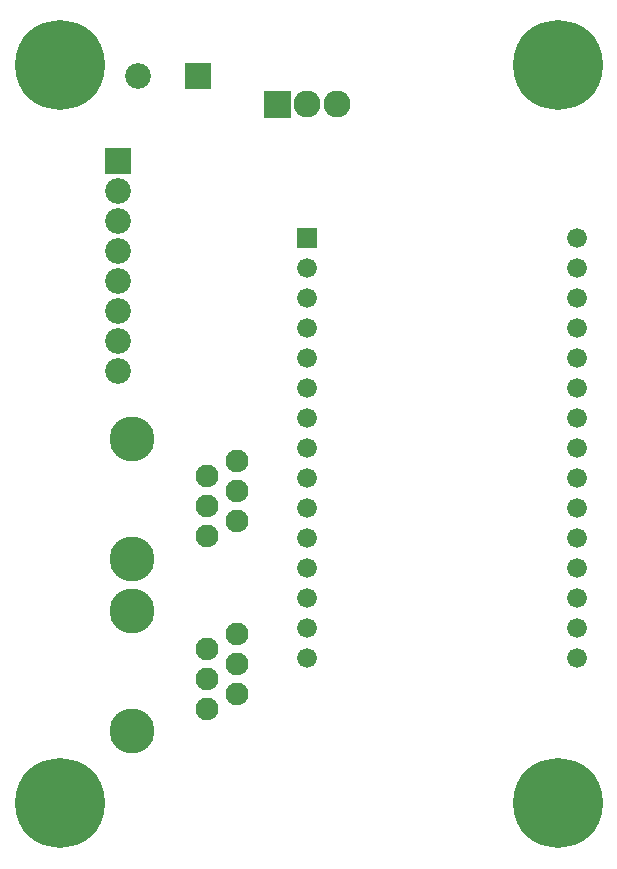
<source format=gbr>
G04 start of page 7 for group -4062 idx -4062 *
G04 Title: (unknown), soldermask *
G04 Creator: pcb 20140316 *
G04 CreationDate: Mon 17 Apr 2017 07:18:47 PM GMT UTC *
G04 For: ndholmes *
G04 Format: Gerber/RS-274X *
G04 PCB-Dimensions (mil): 2000.00 2800.00 *
G04 PCB-Coordinate-Origin: lower left *
%MOIN*%
%FSLAX25Y25*%
%LNBOTTOMMASK*%
%ADD79C,0.0900*%
%ADD78C,0.0760*%
%ADD77C,0.1500*%
%ADD76C,0.0660*%
%ADD75C,0.0860*%
%ADD74C,0.0001*%
%ADD73C,0.2997*%
G54D73*X17000Y263000D03*
G54D74*G36*
X58700Y263800D02*Y255200D01*
X67300D01*
Y263800D01*
X58700D01*
G37*
G54D75*X43000Y259500D03*
G54D74*G36*
X32200Y235300D02*Y226700D01*
X40800D01*
Y235300D01*
X32200D01*
G37*
G54D75*X36500Y221000D03*
G54D76*X99500Y165500D03*
Y155500D03*
G54D75*X36500Y161000D03*
G54D74*G36*
X85000Y254500D02*Y245500D01*
X94000D01*
Y254500D01*
X85000D01*
G37*
G54D73*X17000Y17000D03*
G54D77*X41000Y138500D03*
Y98500D03*
Y81000D03*
Y41000D03*
G54D73*X183000Y17000D03*
G54D76*X189500Y145500D03*
Y135500D03*
Y125500D03*
Y115500D03*
Y105500D03*
Y95500D03*
Y85500D03*
Y75500D03*
Y65500D03*
G54D78*X76000Y131000D03*
X66000Y126000D03*
X76000Y121000D03*
X66000Y116000D03*
X76000Y111000D03*
X66000Y106000D03*
G54D76*X99500Y145500D03*
Y135500D03*
Y125500D03*
Y115500D03*
Y105500D03*
Y95500D03*
Y85500D03*
Y75500D03*
Y65500D03*
G54D78*X76000Y73500D03*
X66000Y68500D03*
X76000Y63500D03*
X66000Y58500D03*
X76000Y53500D03*
X66000Y48500D03*
G54D74*G36*
X96200Y208800D02*Y202200D01*
X102800D01*
Y208800D01*
X96200D01*
G37*
G54D76*X189500Y205500D03*
G54D75*X36500Y211000D03*
Y201000D03*
G54D76*X99500Y195500D03*
X189500D03*
G54D75*X36500Y191000D03*
G54D76*X99500Y185500D03*
X189500D03*
G54D75*X36500Y181000D03*
Y171000D03*
G54D76*X99500Y175500D03*
X189500D03*
Y165500D03*
Y155500D03*
G54D73*X183000Y263000D03*
G54D79*X109500Y250000D03*
X99500D03*
M02*

</source>
